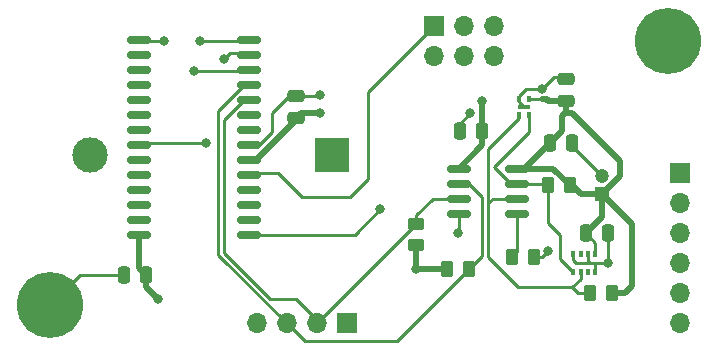
<source format=gbr>
%TF.GenerationSoftware,KiCad,Pcbnew,(6.0.1)*%
%TF.CreationDate,2022-03-15T19:27:33-04:00*%
%TF.ProjectId,Main-Board,4d61696e-2d42-46f6-9172-642e6b696361,rev?*%
%TF.SameCoordinates,Original*%
%TF.FileFunction,Copper,L1,Top*%
%TF.FilePolarity,Positive*%
%FSLAX46Y46*%
G04 Gerber Fmt 4.6, Leading zero omitted, Abs format (unit mm)*
G04 Created by KiCad (PCBNEW (6.0.1)) date 2022-03-15 19:27:33*
%MOMM*%
%LPD*%
G01*
G04 APERTURE LIST*
G04 Aperture macros list*
%AMRoundRect*
0 Rectangle with rounded corners*
0 $1 Rounding radius*
0 $2 $3 $4 $5 $6 $7 $8 $9 X,Y pos of 4 corners*
0 Add a 4 corners polygon primitive as box body*
4,1,4,$2,$3,$4,$5,$6,$7,$8,$9,$2,$3,0*
0 Add four circle primitives for the rounded corners*
1,1,$1+$1,$2,$3*
1,1,$1+$1,$4,$5*
1,1,$1+$1,$6,$7*
1,1,$1+$1,$8,$9*
0 Add four rect primitives between the rounded corners*
20,1,$1+$1,$2,$3,$4,$5,0*
20,1,$1+$1,$4,$5,$6,$7,0*
20,1,$1+$1,$6,$7,$8,$9,0*
20,1,$1+$1,$8,$9,$2,$3,0*%
G04 Aperture macros list end*
%TA.AperFunction,SMDPad,CuDef*%
%ADD10RoundRect,0.250000X0.262500X0.450000X-0.262500X0.450000X-0.262500X-0.450000X0.262500X-0.450000X0*%
%TD*%
%TA.AperFunction,SMDPad,CuDef*%
%ADD11RoundRect,0.150000X-0.825000X-0.150000X0.825000X-0.150000X0.825000X0.150000X-0.825000X0.150000X0*%
%TD*%
%TA.AperFunction,SMDPad,CuDef*%
%ADD12RoundRect,0.250000X0.250000X0.475000X-0.250000X0.475000X-0.250000X-0.475000X0.250000X-0.475000X0*%
%TD*%
%TA.AperFunction,SMDPad,CuDef*%
%ADD13RoundRect,0.250000X-0.262500X-0.450000X0.262500X-0.450000X0.262500X0.450000X-0.262500X0.450000X0*%
%TD*%
%TA.AperFunction,SMDPad,CuDef*%
%ADD14RoundRect,0.250000X-0.250000X-0.475000X0.250000X-0.475000X0.250000X0.475000X-0.250000X0.475000X0*%
%TD*%
%TA.AperFunction,ComponentPad*%
%ADD15R,1.700000X1.700000*%
%TD*%
%TA.AperFunction,ComponentPad*%
%ADD16O,1.700000X1.700000*%
%TD*%
%TA.AperFunction,SMDPad,CuDef*%
%ADD17RoundRect,0.250000X-0.475000X0.250000X-0.475000X-0.250000X0.475000X-0.250000X0.475000X0.250000X0*%
%TD*%
%TA.AperFunction,ComponentPad*%
%ADD18C,5.600000*%
%TD*%
%TA.AperFunction,SMDPad,CuDef*%
%ADD19RoundRect,0.150000X-0.875000X-0.150000X0.875000X-0.150000X0.875000X0.150000X-0.875000X0.150000X0*%
%TD*%
%TA.AperFunction,SMDPad,CuDef*%
%ADD20RoundRect,0.250000X0.450000X-0.262500X0.450000X0.262500X-0.450000X0.262500X-0.450000X-0.262500X0*%
%TD*%
%TA.AperFunction,SMDPad,CuDef*%
%ADD21R,0.400000X0.500000*%
%TD*%
%TA.AperFunction,SMDPad,CuDef*%
%ADD22R,0.300000X0.500000*%
%TD*%
%TA.AperFunction,SMDPad,CuDef*%
%ADD23R,1.000000X0.400000*%
%TD*%
%TA.AperFunction,SMDPad,CuDef*%
%ADD24RoundRect,0.250000X0.475000X-0.250000X0.475000X0.250000X-0.475000X0.250000X-0.475000X-0.250000X0*%
%TD*%
%TA.AperFunction,ComponentPad*%
%ADD25R,3.000000X3.000000*%
%TD*%
%TA.AperFunction,ComponentPad*%
%ADD26C,3.000000*%
%TD*%
%TA.AperFunction,ComponentPad*%
%ADD27R,1.200000X1.200000*%
%TD*%
%TA.AperFunction,ComponentPad*%
%ADD28C,1.200000*%
%TD*%
%TA.AperFunction,ViaPad*%
%ADD29C,0.800000*%
%TD*%
%TA.AperFunction,Conductor*%
%ADD30C,0.250000*%
%TD*%
%TA.AperFunction,Conductor*%
%ADD31C,0.500000*%
%TD*%
G04 APERTURE END LIST*
D10*
%TO.P,R12,1*%
%TO.N,+1V8*%
X148129000Y-115824000D03*
%TO.P,R12,2*%
%TO.N,Net-(R12-Pad2)*%
X146304000Y-115824000D03*
%TD*%
D11*
%TO.P,U5,1,VccA*%
%TO.N,+3V3*%
X138749000Y-114427000D03*
%TO.P,U5,2,SCLA*%
%TO.N,/SCL*%
X138749000Y-115697000D03*
%TO.P,U5,3,SDAA*%
%TO.N,/SDA*%
X138749000Y-116967000D03*
%TO.P,U5,4,GND*%
%TO.N,GND*%
X138749000Y-118237000D03*
%TO.P,U5,5,EN*%
%TO.N,Net-(U5-Pad5)*%
X143699000Y-118237000D03*
%TO.P,U5,6,SDAB*%
%TO.N,Net-(R13-Pad2)*%
X143699000Y-116967000D03*
%TO.P,U5,7,SCLB*%
%TO.N,Net-(R12-Pad2)*%
X143699000Y-115697000D03*
%TO.P,U5,8,VccB*%
%TO.N,+1V8*%
X143699000Y-114427000D03*
%TD*%
D12*
%TO.P,C8,1*%
%TO.N,+3V3*%
X112268000Y-123444000D03*
%TO.P,C8,2*%
%TO.N,GND*%
X110368000Y-123444000D03*
%TD*%
D13*
%TO.P,R11,1*%
%TO.N,Net-(U5-Pad5)*%
X143256000Y-121920000D03*
%TO.P,R11,2*%
%TO.N,+3V3*%
X145081000Y-121920000D03*
%TD*%
D14*
%TO.P,C13,1*%
%TO.N,+1V8*%
X146436000Y-112268000D03*
%TO.P,C13,2*%
%TO.N,GND*%
X148336000Y-112268000D03*
%TD*%
D15*
%TO.P,J1,1,Pin_1*%
%TO.N,+3V3*%
X157480000Y-114808000D03*
D16*
%TO.P,J1,2,Pin_2*%
%TO.N,/MISO*%
X157480000Y-117348000D03*
%TO.P,J1,3,Pin_3*%
%TO.N,/MOSI*%
X157480000Y-119888000D03*
%TO.P,J1,4,Pin_4*%
%TO.N,/SCK*%
X157480000Y-122428000D03*
%TO.P,J1,5,Pin_5*%
%TO.N,/~{SS}*%
X157480000Y-124968000D03*
%TO.P,J1,6,Pin_6*%
%TO.N,GND*%
X157480000Y-127508000D03*
%TD*%
D17*
%TO.P,C9,1*%
%TO.N,GND*%
X124968000Y-108270000D03*
%TO.P,C9,2*%
%TO.N,+3V3*%
X124968000Y-110170000D03*
%TD*%
D18*
%TO.P,REF\u002A\u002A,1*%
%TO.N,GND*%
X104140000Y-125984000D03*
%TD*%
D19*
%TO.P,U4,1,PA7*%
%TO.N,/~{SS}*%
X111682000Y-103505000D03*
%TO.P,U4,2,PC0*%
%TO.N,unconnected-(U4-Pad2)*%
X111682000Y-104775000D03*
%TO.P,U4,3,PC1*%
%TO.N,unconnected-(U4-Pad3)*%
X111682000Y-106045000D03*
%TO.P,U4,4,PC2*%
%TO.N,unconnected-(U4-Pad4)*%
X111682000Y-107315000D03*
%TO.P,U4,5,PC3*%
%TO.N,unconnected-(U4-Pad5)*%
X111682000Y-108585000D03*
%TO.P,U4,6,PD0*%
%TO.N,unconnected-(U4-Pad6)*%
X111682000Y-109855000D03*
%TO.P,U4,7,PD1*%
%TO.N,unconnected-(U4-Pad7)*%
X111682000Y-111125000D03*
%TO.P,U4,8,PD2*%
%TO.N,Current Sense*%
X111682000Y-112395000D03*
%TO.P,U4,9,PD3*%
%TO.N,unconnected-(U4-Pad9)*%
X111682000Y-113665000D03*
%TO.P,U4,10,PD4*%
%TO.N,unconnected-(U4-Pad10)*%
X111682000Y-114935000D03*
%TO.P,U4,11,PD5*%
%TO.N,unconnected-(U4-Pad11)*%
X111682000Y-116205000D03*
%TO.P,U4,12,PD6*%
%TO.N,unconnected-(U4-Pad12)*%
X111682000Y-117475000D03*
%TO.P,U4,13,PD7*%
%TO.N,unconnected-(U4-Pad13)*%
X111682000Y-118745000D03*
%TO.P,U4,14,AVDD*%
%TO.N,+3V3*%
X111682000Y-120015000D03*
%TO.P,U4,15,GND*%
%TO.N,GND*%
X120982000Y-120015000D03*
%TO.P,U4,16,PF0*%
%TO.N,unconnected-(U4-Pad16)*%
X120982000Y-118745000D03*
%TO.P,U4,17,PF1*%
%TO.N,unconnected-(U4-Pad17)*%
X120982000Y-117475000D03*
%TO.P,U4,18,PF6/~{RST}*%
%TO.N,unconnected-(U4-Pad18)*%
X120982000Y-116205000D03*
%TO.P,U4,19,UPDI*%
%TO.N,Net-(J2-Pad1)*%
X120982000Y-114935000D03*
%TO.P,U4,20,VDD*%
%TO.N,+3V3*%
X120982000Y-113665000D03*
%TO.P,U4,21,GND*%
%TO.N,GND*%
X120982000Y-112395000D03*
%TO.P,U4,22,PA0*%
%TO.N,unconnected-(U4-Pad22)*%
X120982000Y-111125000D03*
%TO.P,U4,23,PA1*%
%TO.N,unconnected-(U4-Pad23)*%
X120982000Y-109855000D03*
%TO.P,U4,24,PA2*%
%TO.N,/SDA*%
X120982000Y-108585000D03*
%TO.P,U4,25,PA3*%
%TO.N,/SCL*%
X120982000Y-107315000D03*
%TO.P,U4,26,PA4*%
%TO.N,/MOSI*%
X120982000Y-106045000D03*
%TO.P,U4,27,PA5*%
%TO.N,/MISO*%
X120982000Y-104775000D03*
%TO.P,U4,28,PA6*%
%TO.N,/SCK*%
X120982000Y-103505000D03*
%TD*%
D14*
%TO.P,C10,1*%
%TO.N,GND*%
X138816000Y-111252000D03*
%TO.P,C10,2*%
%TO.N,+3V3*%
X140716000Y-111252000D03*
%TD*%
D20*
%TO.P,R9,1*%
%TO.N,+3V3*%
X135128000Y-120904000D03*
%TO.P,R9,2*%
%TO.N,/SDA*%
X135128000Y-119079000D03*
%TD*%
D14*
%TO.P,C12,1*%
%TO.N,+1V8*%
X149484000Y-119888000D03*
%TO.P,C12,2*%
%TO.N,GND*%
X151384000Y-119888000D03*
%TD*%
D18*
%TO.P,REF\u002A\u002A,1*%
%TO.N,GND*%
X156464000Y-103632000D03*
%TD*%
D10*
%TO.P,R13,1*%
%TO.N,+1V8*%
X151685000Y-124968000D03*
%TO.P,R13,2*%
%TO.N,Net-(R13-Pad2)*%
X149860000Y-124968000D03*
%TD*%
D13*
%TO.P,R10,1*%
%TO.N,+3V3*%
X137771500Y-122936000D03*
%TO.P,R10,2*%
%TO.N,/SCL*%
X139596500Y-122936000D03*
%TD*%
D21*
%TO.P,U7,1,GND*%
%TO.N,GND*%
X150302000Y-123178000D03*
%TO.P,U7,2,NC*%
%TO.N,unconnected-(U7-Pad2)*%
X149652000Y-123178000D03*
%TO.P,U7,3,SDA*%
%TO.N,Net-(R13-Pad2)*%
X149052000Y-123178000D03*
%TO.P,U7,4,SCL*%
%TO.N,Net-(R12-Pad2)*%
X148402000Y-123178000D03*
%TO.P,U7,5,GND*%
%TO.N,GND*%
X148402000Y-121678000D03*
%TO.P,U7,6,NC*%
%TO.N,unconnected-(U7-Pad6)*%
X149052000Y-121678000D03*
%TO.P,U7,7,GND*%
%TO.N,GND*%
X149652000Y-121678000D03*
%TO.P,U7,8,VDD*%
%TO.N,+1V8*%
X150302000Y-121678000D03*
%TD*%
D22*
%TO.P,U6,1,SDA*%
%TO.N,Net-(R13-Pad2)*%
X143872000Y-109920000D03*
%TO.P,U6,2,SCL*%
%TO.N,Net-(R12-Pad2)*%
X144672000Y-109920000D03*
%TO.P,U6,3,VDD*%
%TO.N,+1V8*%
X144672000Y-108520000D03*
%TO.P,U6,4,VSS*%
%TO.N,GND*%
X143872000Y-108520000D03*
D23*
%TO.P,U6,5,GND*%
X144272000Y-109220000D03*
%TD*%
D24*
%TO.P,C11,1*%
%TO.N,+1V8*%
X147828000Y-108712000D03*
%TO.P,C11,2*%
%TO.N,GND*%
X147828000Y-106812000D03*
%TD*%
D15*
%TO.P,J2,1,DATA*%
%TO.N,Net-(J2-Pad1)*%
X136652000Y-102357000D03*
D16*
%TO.P,J2,2,VCC*%
%TO.N,+3V3*%
X136652000Y-104897000D03*
%TO.P,J2,3,NC*%
%TO.N,unconnected-(J2-Pad3)*%
X139192000Y-102357000D03*
%TO.P,J2,4,NC*%
%TO.N,unconnected-(J2-Pad4)*%
X139192000Y-104897000D03*
%TO.P,J2,5,NC*%
%TO.N,unconnected-(J2-Pad5)*%
X141732000Y-102357000D03*
%TO.P,J2,6,GND*%
%TO.N,GND*%
X141732000Y-104897000D03*
%TD*%
D25*
%TO.P,BT1,1,+*%
%TO.N,Net-(BT1-Pad1)*%
X128016000Y-113284000D03*
D26*
%TO.P,BT1,2,-*%
%TO.N,GND*%
X107526000Y-113284000D03*
%TD*%
D27*
%TO.P,C7,1*%
%TO.N,+1V8*%
X150876000Y-116546600D03*
D28*
%TO.P,C7,2*%
%TO.N,GND*%
X150876000Y-115046600D03*
%TD*%
D15*
%TO.P,J3,1,Pin_1*%
%TO.N,+3V3*%
X129276000Y-127533000D03*
D16*
%TO.P,J3,2,Pin_2*%
%TO.N,/SDA*%
X126736000Y-127533000D03*
%TO.P,J3,3,Pin_3*%
%TO.N,/SCL*%
X124196000Y-127533000D03*
%TO.P,J3,4,Pin_4*%
%TO.N,GND*%
X121656000Y-127533000D03*
%TD*%
D29*
%TO.N,GND*%
X127000000Y-108204000D03*
X145796000Y-107696000D03*
X151384000Y-122428000D03*
X132080000Y-117856000D03*
X138684000Y-119888000D03*
X139700000Y-109728000D03*
%TO.N,+3V3*%
X135128000Y-122936000D03*
X113284000Y-125476000D03*
X127000000Y-109728000D03*
X140716000Y-108712000D03*
X146308299Y-121416299D03*
%TO.N,/MISO*%
X118872000Y-105156000D03*
%TO.N,/MOSI*%
X116332000Y-106172000D03*
%TO.N,/SCK*%
X116840000Y-103632000D03*
%TO.N,/~{SS}*%
X113792000Y-103632000D03*
%TO.N,Current Sense*%
X117348000Y-112268000D03*
%TD*%
D30*
%TO.N,GND*%
X138816000Y-110612000D02*
X139700000Y-109728000D01*
X145796000Y-107696000D02*
X144446978Y-107696000D01*
X148652000Y-122428000D02*
X149860000Y-122428000D01*
X122936000Y-111302494D02*
X121843494Y-112395000D01*
X110368000Y-123444000D02*
X106680000Y-123444000D01*
X151384000Y-122428000D02*
X151384000Y-119888000D01*
X143872000Y-108270978D02*
X143872000Y-108520000D01*
X149860000Y-122386000D02*
X149860000Y-122428000D01*
X124394000Y-108270000D02*
X122936000Y-109728000D01*
X149860000Y-122428000D02*
X150368000Y-122428000D01*
X148336000Y-112268000D02*
X148336000Y-112506600D01*
X106680000Y-123444000D02*
X104140000Y-125984000D01*
X122936000Y-109728000D02*
X122936000Y-111302494D01*
X147696000Y-106680000D02*
X147828000Y-106812000D01*
X146812000Y-106680000D02*
X147696000Y-106680000D01*
X149652000Y-122178000D02*
X149860000Y-122386000D01*
X138749000Y-119823000D02*
X138749000Y-118237000D01*
X145796000Y-107696000D02*
X146812000Y-106680000D01*
X150302000Y-122494000D02*
X150368000Y-122428000D01*
X121843494Y-112395000D02*
X120982000Y-112395000D01*
X144446978Y-107696000D02*
X143872000Y-108270978D01*
X129921000Y-120015000D02*
X132080000Y-117856000D01*
X148402000Y-122178000D02*
X148652000Y-122428000D01*
X150302000Y-123178000D02*
X150302000Y-122494000D01*
X148336000Y-112506600D02*
X150876000Y-115046600D01*
X120982000Y-120015000D02*
X129921000Y-120015000D01*
X150368000Y-122428000D02*
X151384000Y-122428000D01*
X144272000Y-109220000D02*
X143872000Y-108820000D01*
X124968000Y-108270000D02*
X124394000Y-108270000D01*
X149652000Y-121678000D02*
X149652000Y-122178000D01*
X126934000Y-108270000D02*
X127000000Y-108204000D01*
X148402000Y-121678000D02*
X148402000Y-122178000D01*
X124968000Y-108270000D02*
X126934000Y-108270000D01*
X138816000Y-111252000D02*
X138816000Y-110612000D01*
X138684000Y-119888000D02*
X138749000Y-119823000D01*
X143872000Y-108820000D02*
X143872000Y-108520000D01*
D31*
%TO.N,+3V3*%
X140716000Y-112460000D02*
X140716000Y-111252000D01*
X137771500Y-122936000D02*
X135128000Y-122936000D01*
X112268000Y-123444000D02*
X112268000Y-124460000D01*
X127000000Y-109728000D02*
X125410000Y-109728000D01*
X111682000Y-122858000D02*
X112268000Y-123444000D01*
X111682000Y-120015000D02*
X111682000Y-122858000D01*
X140716000Y-108712000D02*
X140716000Y-111252000D01*
X112268000Y-124460000D02*
X113284000Y-125476000D01*
X124968000Y-110170000D02*
X124968000Y-110281849D01*
D30*
X145804598Y-121920000D02*
X146308299Y-121416299D01*
D31*
X138749000Y-114427000D02*
X140716000Y-112460000D01*
X124968000Y-110281849D02*
X121584849Y-113665000D01*
D30*
X145081000Y-121920000D02*
X145804598Y-121920000D01*
D31*
X135128000Y-120904000D02*
X135128000Y-122936000D01*
X121584849Y-113665000D02*
X120982000Y-113665000D01*
X125410000Y-109728000D02*
X124968000Y-110170000D01*
%TO.N,+1V8*%
X147828000Y-109604000D02*
X147828000Y-108712000D01*
X151685000Y-124968000D02*
X152776000Y-124968000D01*
X148336000Y-109728000D02*
X147704000Y-109728000D01*
X149058600Y-116546600D02*
X150876000Y-116546600D01*
X148129000Y-115824000D02*
X148336000Y-115824000D01*
X146304000Y-108712000D02*
X146162489Y-108570489D01*
X152400000Y-115022600D02*
X152400000Y-113792000D01*
D30*
X145146489Y-108570489D02*
X145796000Y-108570489D01*
D31*
X147452000Y-111252000D02*
X147452000Y-109980000D01*
X143699000Y-114427000D02*
X146732000Y-114427000D01*
D30*
X150302000Y-120706000D02*
X149484000Y-119888000D01*
D31*
X146162489Y-108570489D02*
X145796000Y-108570489D01*
X146732000Y-114427000D02*
X148129000Y-115824000D01*
X144277000Y-114427000D02*
X147452000Y-111252000D01*
X148336000Y-115824000D02*
X149058600Y-116546600D01*
X153416000Y-124328000D02*
X153416000Y-119086600D01*
D30*
X144672000Y-108520000D02*
X145096000Y-108520000D01*
D31*
X152400000Y-113792000D02*
X148336000Y-109728000D01*
X153416000Y-119086600D02*
X150876000Y-116546600D01*
X152776000Y-124968000D02*
X153416000Y-124328000D01*
X149484000Y-119888000D02*
X150876000Y-118496000D01*
X147452000Y-109980000D02*
X147704000Y-109728000D01*
X150876000Y-118496000D02*
X150876000Y-116546600D01*
X147704000Y-109728000D02*
X147828000Y-109604000D01*
X147828000Y-108712000D02*
X146304000Y-108712000D01*
D30*
X145096000Y-108520000D02*
X145146489Y-108570489D01*
D31*
X143699000Y-114427000D02*
X144277000Y-114427000D01*
X150876000Y-116546600D02*
X152400000Y-115022600D01*
D30*
X150302000Y-121678000D02*
X150302000Y-120706000D01*
%TO.N,/MISO*%
X118872000Y-105156000D02*
X119380000Y-104648000D01*
X119380000Y-104648000D02*
X120855000Y-104648000D01*
X120855000Y-104648000D02*
X120982000Y-104775000D01*
%TO.N,/MOSI*%
X116332000Y-106172000D02*
X120855000Y-106172000D01*
X120855000Y-106172000D02*
X120982000Y-106045000D01*
%TO.N,/SCK*%
X120855000Y-103632000D02*
X120982000Y-103505000D01*
X116840000Y-103632000D02*
X120855000Y-103632000D01*
%TO.N,/~{SS}*%
X113792000Y-103632000D02*
X111809000Y-103632000D01*
X111809000Y-103632000D02*
X111682000Y-103505000D01*
%TO.N,Current Sense*%
X117348000Y-112268000D02*
X111809000Y-112268000D01*
X111809000Y-112268000D02*
X111682000Y-112395000D01*
%TO.N,Net-(J2-Pad1)*%
X123444000Y-114808000D02*
X121109000Y-114808000D01*
X121109000Y-114808000D02*
X120982000Y-114935000D01*
X131064000Y-107945000D02*
X131064000Y-115316000D01*
X125476000Y-116840000D02*
X123444000Y-114808000D01*
X129540000Y-116840000D02*
X125476000Y-116840000D01*
X131064000Y-115316000D02*
X129540000Y-116840000D01*
X136652000Y-102357000D02*
X131064000Y-107945000D01*
%TO.N,Net-(R12-Pad2)*%
X143129000Y-115697000D02*
X143699000Y-115697000D01*
X143699000Y-115697000D02*
X146177000Y-115697000D01*
X147320000Y-122096000D02*
X147320000Y-120064000D01*
X148402000Y-123178000D02*
X147320000Y-122096000D01*
X147320000Y-120064000D02*
X146304000Y-119048000D01*
X141732000Y-114300000D02*
X143129000Y-115697000D01*
X141732000Y-114300000D02*
X144672000Y-111360000D01*
X146177000Y-115697000D02*
X146304000Y-115824000D01*
X144672000Y-111360000D02*
X144672000Y-109920000D01*
X146304000Y-119048000D02*
X146304000Y-115824000D01*
%TO.N,Net-(R13-Pad2)*%
X148336000Y-124460000D02*
X149052000Y-123744000D01*
X143764000Y-124460000D02*
X141224000Y-121920000D01*
X143872000Y-110128000D02*
X143872000Y-109920000D01*
X141224000Y-121920000D02*
X141224000Y-117348000D01*
X148336000Y-124460000D02*
X148844000Y-124968000D01*
X141224000Y-117348000D02*
X141224000Y-112776000D01*
X148336000Y-124460000D02*
X143764000Y-124460000D01*
X149052000Y-123744000D02*
X149052000Y-123178000D01*
X141605000Y-116967000D02*
X141224000Y-117348000D01*
X143699000Y-116967000D02*
X141605000Y-116967000D01*
X141224000Y-112776000D02*
X143872000Y-110128000D01*
X148844000Y-124968000D02*
X149860000Y-124968000D01*
%TO.N,/SCL*%
X118364000Y-109506928D02*
X118364000Y-121701000D01*
X140716000Y-116840000D02*
X139573000Y-115697000D01*
X120555928Y-107315000D02*
X118364000Y-109506928D01*
X118364000Y-121701000D02*
X124196000Y-127533000D01*
X124196000Y-127533000D02*
X125695000Y-129032000D01*
X139596500Y-122936000D02*
X140716000Y-121816500D01*
X125695000Y-129032000D02*
X133500500Y-129032000D01*
X139573000Y-115697000D02*
X138749000Y-115697000D01*
X120982000Y-107315000D02*
X120555928Y-107315000D01*
X133500500Y-129032000D02*
X139596500Y-122936000D01*
X140716000Y-121816500D02*
X140716000Y-116840000D01*
%TO.N,/SDA*%
X118872000Y-121573282D02*
X122774718Y-125476000D01*
X135128000Y-119079000D02*
X135128000Y-118364000D01*
X136525000Y-116967000D02*
X138749000Y-116967000D01*
X122774718Y-125476000D02*
X124968000Y-125476000D01*
X126736000Y-127533000D02*
X135128000Y-119141000D01*
X126736000Y-127244000D02*
X126736000Y-127533000D01*
X124968000Y-125476000D02*
X126736000Y-127244000D01*
X135128000Y-118364000D02*
X136525000Y-116967000D01*
X120555928Y-108585000D02*
X118872000Y-110268928D01*
X120982000Y-108585000D02*
X120555928Y-108585000D01*
X135128000Y-119141000D02*
X135128000Y-119079000D01*
X118872000Y-110268928D02*
X118872000Y-121573282D01*
%TO.N,Net-(U5-Pad5)*%
X143256000Y-121920000D02*
X143699000Y-121477000D01*
X143699000Y-121477000D02*
X143699000Y-118237000D01*
%TD*%
M02*

</source>
